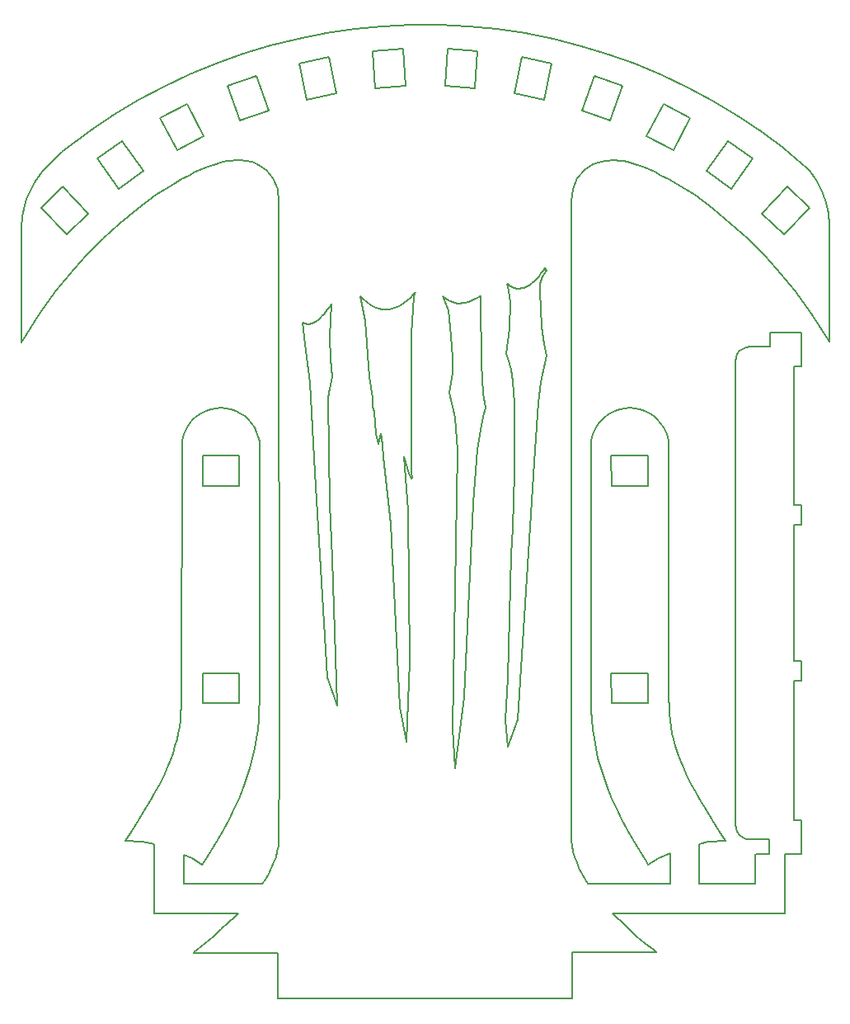
<source format=gm1>
G04 #@! TF.GenerationSoftware,KiCad,Pcbnew,(5.0.2)-1*
G04 #@! TF.CreationDate,2019-06-30T15:53:46+02:00*
G04 #@! TF.ProjectId,PCB_Fujitora_morro,5043425f-4675-46a6-9974-6f72615f6d6f,rev?*
G04 #@! TF.SameCoordinates,PX5aa8f70PY8620d10*
G04 #@! TF.FileFunction,Profile,NP*
%FSLAX46Y46*%
G04 Gerber Fmt 4.6, Leading zero omitted, Abs format (unit mm)*
G04 Created by KiCad (PCBNEW (5.0.2)-1) date 30/06/2019 15:53:46*
%MOMM*%
%LPD*%
G01*
G04 APERTURE LIST*
%ADD10C,0.200000*%
G04 APERTURE END LIST*
D10*
X56388000Y-3302000D02*
X56388000Y0D01*
X26162000Y-3302000D02*
X56388000Y-3302000D01*
X26162000Y0D02*
X26162000Y-3302000D01*
X26162000Y1397000D02*
X17526000Y1397000D01*
X56388000Y0D02*
X56388000Y1397000D01*
X26162000Y1397000D02*
X26162000Y0D01*
X76616560Y11557000D02*
X75224640Y11557000D01*
X76616560Y13055600D02*
X76616560Y11557000D01*
X76677520Y63581280D02*
X74640440Y63586360D01*
X76682600Y65024000D02*
X76677520Y63581280D01*
X13487400Y5461000D02*
X13487400Y12522200D01*
X22072600Y5461000D02*
X13487400Y5461000D01*
X16484600Y8458200D02*
X16484600Y11480800D01*
X24561800Y8458200D02*
X16484600Y8458200D01*
X74625200Y13055600D02*
X76626720Y13055600D01*
X78232000Y5461000D02*
X78232000Y11557000D01*
X69392800Y5461000D02*
X78232000Y5461000D01*
X75209400Y8483600D02*
X75209400Y11551920D01*
X69392800Y8483600D02*
X75209400Y8483600D01*
X69392800Y8483600D02*
X69392800Y12573000D01*
X60502800Y5461000D02*
X69392800Y5461000D01*
X66446400Y8458200D02*
X66446400Y11633200D01*
X58013600Y8458200D02*
X66446400Y8458200D01*
X51240617Y69577211D02*
X51497287Y69649085D01*
X44366983Y68086404D02*
X44621921Y68047983D01*
X50465078Y69610286D02*
X50720783Y69556957D01*
X45410642Y68100642D02*
X45678696Y68172080D01*
X47048965Y61861837D02*
X46944830Y68544625D01*
X44117244Y62429976D02*
X44087729Y60859651D01*
X47215907Y56375914D02*
X46944965Y55042360D01*
X50980664Y69545922D02*
X51240617Y69577211D01*
X50720783Y69556957D02*
X50980664Y69545922D01*
X49749161Y70002249D02*
X49978281Y69835578D01*
X50216978Y69704070D02*
X50465078Y69610286D01*
X49978281Y69835578D02*
X50216978Y69704070D01*
X43203774Y68689170D02*
X43419034Y68516580D01*
X45678696Y68172080D02*
X45948791Y68269186D01*
X46772982Y68708774D02*
X47019200Y68879791D01*
X47048965Y61861837D02*
X47269791Y58813756D01*
X49690323Y70055651D02*
X49749161Y70002249D01*
X46495650Y68537961D02*
X46772982Y68708774D01*
X45948791Y68269186D02*
X46221026Y68391313D01*
X44881581Y68037858D02*
X45144775Y68055637D01*
X44621921Y68047983D02*
X44881581Y68037858D01*
X46223597Y47543694D02*
X46668877Y53005971D01*
X47520126Y57335999D02*
X47269791Y58813756D01*
X45144775Y68055637D02*
X45410642Y68100642D01*
X43672334Y67335197D02*
X43962991Y64731110D01*
X44348400Y20320000D02*
X44073929Y24393265D01*
X44117244Y62429976D02*
X43962991Y64731110D01*
X44624087Y52940207D02*
X44073929Y24393265D01*
X47215907Y56375914D02*
X47520126Y57335999D01*
X44348400Y20320000D02*
X45259424Y27635178D01*
X44324505Y56301496D02*
X44624087Y52940207D01*
X47019200Y68879791D02*
X46944830Y68544625D01*
X46668877Y53005971D02*
X46944965Y55042360D01*
X49884965Y69332705D02*
X49690323Y70055651D01*
X46221026Y68391313D02*
X46495650Y68537961D01*
X44118111Y68153094D02*
X44366983Y68086404D01*
X43876576Y68247587D02*
X44118111Y68153094D01*
X43419034Y68516580D02*
X43643359Y68369071D01*
X44087729Y60859651D02*
X43739916Y58867383D01*
X43672334Y67335197D02*
X43102839Y68785478D01*
X43643359Y68369071D02*
X43876576Y68247587D01*
X43102839Y68785478D02*
X43203774Y68689170D01*
X46223597Y47543694D02*
X45259424Y27635178D01*
X44324505Y56301496D02*
X43739916Y58867383D01*
X24173981Y25319701D02*
X24082586Y24342793D01*
X19288897Y11848527D02*
X18613472Y10749760D01*
X24082586Y24342793D02*
X23951561Y23357616D01*
X36973222Y52263883D02*
X37787555Y45408935D01*
X14014735Y18768130D02*
X14434425Y19613213D01*
X22951728Y19317647D02*
X22572245Y18280629D01*
X22572245Y18280629D02*
X22140423Y17232691D01*
X35103140Y66210567D02*
X35583223Y60443744D01*
X36252225Y54648948D02*
X36052503Y56889804D01*
X36720995Y54713550D02*
X36514750Y53604941D01*
X36973222Y52263883D02*
X36892580Y53548993D01*
X19253095Y57171265D02*
X19766266Y57273342D01*
X21657851Y16174163D02*
X21127175Y15105599D01*
X16484600Y11480800D02*
X17306318Y11083354D01*
X10497857Y12886666D02*
X11162060Y13928463D01*
X64298480Y56771664D02*
X63829214Y57003080D01*
X19766266Y57273342D02*
X20288371Y57307562D01*
X20288371Y57307562D02*
X20810476Y57273342D01*
X20810476Y57273342D02*
X21323647Y57171265D01*
X21323647Y57171265D02*
X21819105Y57003080D01*
X23461785Y55742608D02*
X23752473Y55307562D01*
X23752473Y55307562D02*
X23983889Y54838296D01*
X20552104Y14027772D02*
X19937403Y12941676D01*
X19937403Y12941676D02*
X19288897Y11848527D01*
X65993999Y54838296D02*
X65762582Y55307562D01*
X13541489Y17881149D02*
X14014735Y18768130D01*
X39344600Y23037800D02*
X38677375Y26566047D01*
X21819105Y57003080D02*
X22288371Y56771664D01*
X22288371Y56771664D02*
X22723417Y56480976D01*
X22723417Y56480976D02*
X23116798Y56135989D01*
X23116798Y56135989D02*
X23461785Y55742608D01*
X24262243Y27253793D02*
X24231572Y26289556D01*
X17306318Y11083354D02*
X18390696Y10395986D01*
X35873884Y58323432D02*
X35583223Y60443744D01*
X23983889Y54838296D02*
X24152075Y54342838D01*
X24152075Y54342838D02*
X24254151Y53829667D01*
X24254151Y53829667D02*
X24288371Y53307562D01*
X23951561Y23357616D02*
X23776140Y22363176D01*
X24288371Y37713898D02*
X24288371Y53307562D01*
X66298480Y53307562D02*
X66264260Y53829667D01*
X24273938Y28214072D02*
X24262243Y27253793D01*
X36514750Y53604941D02*
X36252225Y54648948D01*
X35921240Y57411807D02*
X35873884Y58323432D01*
X36892580Y53548993D02*
X36720995Y54713550D01*
X18613472Y10749760D02*
X18390696Y10395986D01*
X10497857Y12886666D02*
X12252064Y12773025D01*
X24231572Y26289556D02*
X24173981Y25319701D01*
X23776140Y22363176D02*
X23552616Y21358699D01*
X12252064Y12773025D02*
X13487400Y12522200D01*
X23552616Y21358699D02*
X23278342Y20343633D01*
X38677375Y26566047D02*
X37787555Y45408935D01*
X21127175Y15105599D02*
X20552104Y14027772D01*
X14434425Y19613213D02*
X14800720Y20416685D01*
X35921240Y57411807D02*
X36052503Y56889804D01*
X23278342Y20343633D02*
X22951728Y19317647D01*
X22140423Y17232691D02*
X21657851Y16174163D01*
X22207765Y49301362D02*
X22203625Y52401362D01*
X53167900Y59950644D02*
X53755249Y62678045D01*
X50124135Y61205461D02*
X49809105Y62458267D01*
X53167900Y59950644D02*
X52918065Y57809856D01*
X51995393Y69904410D02*
X52237403Y70083708D01*
X35103140Y66210567D02*
X34613202Y68749775D01*
X53466473Y63826445D02*
X53254567Y65633550D01*
X53737776Y71375246D02*
X53556787Y71688736D01*
X37687440Y67455470D02*
X38070484Y67546145D01*
X36891983Y67437476D02*
X37293589Y67417830D01*
X34875748Y68478023D02*
X35273301Y68139376D01*
X53304175Y70761138D02*
X53111994Y70043906D01*
X52947780Y70816993D02*
X53182496Y71125910D01*
X50774600Y25298400D02*
X52549655Y53006282D01*
X36486199Y67517660D02*
X36891983Y67437476D01*
X53089513Y69242774D02*
X53254567Y65633550D01*
X53304175Y70761138D02*
X53737776Y71375246D01*
X34613202Y68749775D02*
X34875748Y68478023D01*
X52712565Y70540313D02*
X52947780Y70816993D01*
X50423714Y57844169D02*
X50295720Y60040904D01*
X50424725Y50607082D02*
X50423714Y57844169D01*
X52476090Y70295836D02*
X52712565Y70540313D01*
X50424725Y50607082D02*
X50266333Y44968313D01*
X39344600Y23037800D02*
X39684254Y31241579D01*
X39684254Y31241579D02*
X39517316Y46727505D01*
X39135208Y52345801D02*
X39517316Y46727505D01*
X39653220Y50526874D02*
X39135208Y52345801D01*
X39829953Y50065145D02*
X39653220Y50526874D01*
X39920896Y50185699D02*
X39829953Y50065145D01*
X39920896Y50185699D02*
X39861360Y50663575D01*
X39861360Y50663575D02*
X39866373Y64868669D01*
X40072608Y68950085D02*
X40297381Y69222823D01*
X35273301Y68139376D02*
X35674816Y67867354D01*
X40157909Y68748857D02*
X39866373Y64868669D01*
X40157909Y68748857D02*
X40297381Y69222823D01*
X36079623Y67660503D02*
X36486199Y67517660D01*
X39776135Y68633875D02*
X40072608Y68950085D01*
X39138020Y68089107D02*
X39464557Y68345761D01*
X49809400Y22580600D02*
X50774600Y25298400D01*
X37293589Y67417830D02*
X37687440Y67455470D01*
X51748941Y69758957D02*
X51995393Y69904410D01*
X50020002Y68075779D02*
X49966116Y65450402D01*
X49966116Y65450402D02*
X49586904Y62859714D01*
X50102291Y42245240D02*
X50266333Y44968313D01*
X49809400Y22580600D02*
X49555771Y25256758D01*
X53755249Y62678045D02*
X53466473Y63826445D01*
X51497287Y69649085D02*
X51748941Y69758957D01*
X53089513Y69242774D02*
X53111994Y70043906D01*
X53182496Y71125910D02*
X53376913Y71403040D01*
X52237403Y70083708D02*
X52476090Y70295836D01*
X50102291Y42245240D02*
X49794802Y29610429D01*
X50295720Y60040904D02*
X50124135Y61205461D01*
X39464557Y68345761D02*
X39776135Y68633875D01*
X38796635Y67867549D02*
X39138020Y68089107D01*
X38440611Y67685088D02*
X38796635Y67867549D01*
X38070484Y67546145D02*
X38440611Y67685088D01*
X35674816Y67867354D02*
X36079623Y67660503D01*
X50020002Y68075779D02*
X49884965Y69332705D01*
X52918065Y57809856D02*
X52549655Y53006282D01*
X49809105Y62458267D02*
X49586904Y62859714D01*
X49794802Y29610429D02*
X49555771Y25256758D01*
X2304782Y81925869D02*
X2048439Y81635260D01*
X496525Y79106363D02*
X364890Y78764748D01*
X1655739Y67018976D02*
X-203200Y64008000D01*
X9916567Y76253155D02*
X8167191Y74669936D01*
X364890Y78764748D02*
X247111Y78417465D01*
X53122Y77705898D02*
X-23089Y77341613D01*
X1577322Y81037040D02*
X1362549Y80729429D01*
X13637657Y79152756D02*
X11741522Y77748630D01*
X642017Y79442311D02*
X496525Y79106363D01*
X-203200Y75438000D02*
X-203200Y64008000D01*
X21780405Y82710024D02*
X21382027Y82685830D01*
X2048439Y81635260D02*
X1805953Y81338984D01*
X1362549Y80729429D02*
X1161631Y80416150D01*
X1161631Y80416150D02*
X974570Y80097204D01*
X1805953Y81338984D02*
X1577322Y81037040D01*
X3361129Y69351413D02*
X1655739Y67018976D01*
X5203596Y71577157D02*
X3361129Y69351413D01*
X22156382Y82709259D02*
X21780405Y82710024D01*
X3987800Y83566000D02*
X2574981Y82210811D01*
X81944183Y79721711D02*
X82089675Y79385763D01*
X60429818Y82709259D02*
X60805795Y82710024D01*
X59414367Y82587404D02*
X59736149Y82645242D01*
X57605878Y81709523D02*
X58527340Y82334599D01*
X82221310Y79044148D02*
X82339089Y78696865D01*
X81784834Y80051991D02*
X81944183Y79721711D01*
X20026549Y82428685D02*
X19511275Y82269210D01*
X76088593Y73002787D02*
X77382604Y71577157D01*
X59106727Y82515324D02*
X59414367Y82587404D01*
X16284017Y80753313D02*
X15473448Y80282912D01*
X60073971Y82686705D02*
X60429818Y82709259D01*
X14593740Y79750107D02*
X13637657Y79152756D01*
X59106727Y82515324D02*
X58527340Y82334599D01*
X59736149Y82645242D02*
X60073971Y82686705D01*
X82775565Y76107202D02*
X82782493Y75714580D01*
X18958464Y82066619D02*
X18364061Y81817219D01*
X-189365Y75827802D02*
X-203200Y75438000D01*
X-23089Y77341613D02*
X-85442Y76971661D01*
X-133939Y76596042D02*
X-168580Y76214755D01*
X974570Y80097204D02*
X801366Y79772591D01*
X6497607Y73002787D02*
X5203596Y71577157D01*
X8167191Y74669936D02*
X6497607Y73002787D01*
X-168580Y76214755D02*
X-189365Y75827802D01*
X2574981Y82210811D02*
X2304782Y81925869D01*
X247111Y78417465D02*
X143188Y78064515D01*
X143188Y78064515D02*
X53122Y77705898D01*
X11741522Y77748630D02*
X9916567Y76253155D01*
X801366Y79772591D02*
X642017Y79442311D01*
X19511275Y82269210D02*
X18958464Y82066619D01*
X-85442Y76971661D02*
X-133939Y76596042D01*
X81223651Y81008829D02*
X81424569Y80695550D01*
X67112752Y80282912D02*
X67992460Y79750107D01*
X68948543Y79152756D02*
X70844678Y77748630D01*
X82720139Y76875442D02*
X82754780Y76494155D01*
X25486187Y10073753D02*
X25737528Y10652727D01*
X65040653Y1426511D02*
X56388000Y1426511D01*
X19807201Y92640043D02*
X17094642Y91518782D01*
X17094642Y91518782D02*
X14440367Y90265773D01*
X62236263Y3791376D02*
X61506301Y4467787D01*
X22289744Y82700807D02*
X22156382Y82709259D01*
X57739712Y8893129D02*
X57392990Y9487395D01*
X58013600Y8458200D02*
X57739712Y8893129D01*
X56482789Y11790623D02*
X56374196Y12350593D01*
X28228636Y95187949D02*
X25380912Y94476839D01*
X56298404Y21455202D02*
X56307948Y78511522D01*
X25674573Y80863879D02*
X24981190Y81709523D01*
X24981190Y81709523D02*
X24059729Y82334599D01*
X26263457Y78511522D02*
X26111484Y79797464D01*
X56313099Y12905278D02*
X56298404Y21455202D01*
X57093979Y10073753D02*
X56842638Y10652727D01*
X56374196Y12350593D02*
X56313099Y12905278D01*
X31107821Y95758471D02*
X28228636Y95187949D01*
X56638922Y11224842D02*
X56482789Y11790623D01*
X19565843Y3102336D02*
X20343903Y3791376D01*
X21755772Y5132095D02*
X22072600Y5461000D01*
X6890404Y85747983D02*
X3987800Y83566000D01*
X39864512Y96614479D02*
X36932776Y96472596D01*
X26277882Y21383416D02*
X26279663Y21455206D01*
X65040653Y1426511D02*
X64714911Y1684273D01*
X22289744Y82700807D02*
X23499121Y82537678D01*
X25187176Y9487395D02*
X25486187Y10073753D01*
X63014323Y3102336D02*
X62236263Y3791376D01*
X26097377Y11790623D02*
X26205971Y12350593D01*
X24840455Y8893129D02*
X25187176Y9487395D01*
X23499121Y82537678D02*
X24059729Y82334599D01*
X26279663Y21455206D02*
X26263457Y78511522D01*
X24561800Y8458200D02*
X24840455Y8893129D01*
X34011533Y96187031D02*
X31107821Y95758471D01*
X17539148Y1426511D02*
X17865255Y1684273D01*
X25941244Y11224842D02*
X26097377Y11790623D01*
X20343903Y3791376D02*
X21073865Y4467787D01*
X25737528Y10652727D02*
X25941244Y11224842D01*
X36932776Y96472596D02*
X34011533Y96187031D01*
X26205971Y12350593D02*
X26267067Y12905278D01*
X28676600Y66040000D02*
X28905569Y65954034D01*
X28905569Y65954034D02*
X29155302Y65913453D01*
X29981933Y50652292D02*
X31267400Y29692600D01*
X32232600Y26797000D02*
X31267400Y29692600D01*
X29410404Y59917105D02*
X28907839Y63844518D01*
X29410404Y59917105D02*
X29981933Y50652292D01*
X81611630Y80376604D02*
X81784834Y80051991D01*
X82609289Y77621013D02*
X82671642Y77251061D01*
X79225071Y69351413D02*
X80930461Y67018976D01*
X82778600Y75717400D02*
X82778600Y64084200D01*
X80537761Y81914660D02*
X80780247Y81618384D01*
X72669633Y76253155D02*
X74419009Y74669936D01*
X80780247Y81618384D02*
X81008878Y81316440D01*
X67992460Y79750107D02*
X68948543Y79152756D01*
X62078251Y82548791D02*
X62559651Y82428685D01*
X63074925Y82269210D02*
X63627736Y82066619D01*
X65554147Y81163857D02*
X66302183Y80753313D01*
X63627736Y82066619D02*
X64222139Y81817219D01*
X82533078Y77985298D02*
X82609289Y77621013D01*
X78114166Y83947539D02*
X80543400Y81915000D01*
X64862622Y81517434D02*
X65554147Y81163857D01*
X74419009Y74669936D02*
X76088593Y73002787D01*
X82443012Y78343915D02*
X82533078Y77985298D01*
X61627421Y82633276D02*
X62078251Y82548791D01*
X61204173Y82685830D02*
X61627421Y82633276D01*
X81008878Y81316440D02*
X81223651Y81008829D01*
X82339089Y78696865D02*
X82443012Y78343915D01*
X60805795Y82710024D02*
X61204173Y82685830D01*
X70844678Y77748630D02*
X72669633Y76253155D01*
X62559651Y82428685D02*
X63074925Y82269210D01*
X80930461Y67018976D02*
X82778600Y64084200D01*
X77382604Y71577157D02*
X79225071Y69351413D01*
X81424569Y80695550D02*
X81611630Y80376604D01*
X82089675Y79385763D02*
X82221310Y79044148D01*
X82671642Y77251061D02*
X82720139Y76875442D01*
X82754780Y76494155D02*
X82775565Y76107202D01*
X66302183Y80753313D02*
X67112752Y80282912D01*
X64222139Y81817219D02*
X64862622Y81517434D01*
X17032053Y81163857D02*
X16284017Y80753313D01*
X15473448Y80282912D02*
X14593740Y79750107D01*
X62851167Y92608637D02*
X60088300Y93599482D01*
X68214531Y90226538D02*
X65562088Y91483419D01*
X73318582Y87330208D02*
X70802107Y88841022D01*
X78055488Y84001227D02*
X78114166Y83947539D01*
X18364061Y81817219D02*
X17723578Y81517434D01*
X51555110Y95743552D02*
X48652026Y96176349D01*
X56912495Y80863879D02*
X57605878Y81709523D01*
X56475585Y79797464D02*
X56912495Y80863879D01*
X21382027Y82685830D02*
X20958779Y82633276D01*
X48652026Y96176349D02*
X45731204Y96466177D01*
X60088300Y93599482D02*
X57280143Y94453565D01*
X54433460Y95168829D02*
X51555110Y95743552D01*
X57280143Y94453565D02*
X54433460Y95168829D01*
X65562088Y91483419D02*
X62851167Y92608637D01*
X75757894Y85697736D02*
X73318582Y87330208D01*
X56307948Y78511522D02*
X56475585Y79797464D01*
X20958779Y82633276D02*
X20507949Y82548791D01*
X78055488Y84001227D02*
X75757894Y85697736D01*
X20507949Y82548791D02*
X20026549Y82428685D01*
X17723578Y81517434D02*
X17032053Y81163857D01*
X45731204Y96466177D02*
X42799678Y96612338D01*
X70802107Y88841022D02*
X68214531Y90226538D01*
X58648512Y91413646D02*
X61567496Y90369836D01*
X65763440Y88531758D02*
X64004348Y85169826D01*
X50425968Y89579318D02*
X53460670Y88946390D01*
X1837061Y77862408D02*
X4439889Y75101561D01*
X72415985Y84701469D02*
X70212511Y81612506D01*
X78130093Y75111207D02*
X80735787Y77868278D01*
X72415985Y84701469D02*
X74941642Y82903952D01*
X78480469Y79995142D02*
X80735787Y77868278D01*
X78480469Y79995142D02*
X75874240Y77237505D01*
X65763440Y88531758D02*
X68511721Y87097546D01*
X75874240Y77237505D02*
X78130093Y75111207D01*
X51205618Y93292690D02*
X54240160Y92659000D01*
X66752990Y83736304D02*
X68511721Y87097546D01*
X51205618Y93292690D02*
X50425968Y89579318D01*
X60286284Y86799181D02*
X61567496Y90369836D01*
X72738620Y79815623D02*
X74941642Y82903952D01*
X53460670Y88946390D02*
X54240160Y92659000D01*
X46405099Y90137365D02*
X46668140Y93921792D01*
X70212511Y81612506D02*
X72738620Y79815623D01*
X57367036Y87842259D02*
X60286284Y86799181D01*
X64004348Y85169826D02*
X66752990Y83736304D01*
X58648512Y91413646D02*
X57367036Y87842259D01*
X31071747Y67126646D02*
X31270771Y67378882D01*
X31456789Y67656468D02*
X31628051Y67958450D01*
X31270771Y67378882D02*
X31456789Y67656468D01*
X30106769Y66191995D02*
X30316407Y66351787D01*
X29649678Y65972495D02*
X29884192Y66064378D01*
X29884192Y66064378D02*
X30106769Y66191995D01*
X30861345Y66900750D02*
X31071747Y67126646D01*
X30669710Y66728088D02*
X30861345Y66900750D01*
X30512523Y66541028D02*
X30669710Y66728088D01*
X30316407Y66351787D02*
X30512523Y66541028D01*
X29405365Y65920695D02*
X29649678Y65972495D01*
X29155302Y65913453D02*
X29405365Y65920695D01*
X31747241Y60509194D02*
X31535334Y62316305D01*
X31498281Y64633588D02*
X31535334Y62316305D01*
X31498281Y64633588D02*
X31664684Y68035529D01*
X31628051Y67958450D02*
X31664684Y68035529D01*
X4439889Y75101561D02*
X6692681Y77231103D01*
X32232600Y26797000D02*
X31763834Y41878332D01*
X31763834Y41878332D02*
X31525173Y47408383D01*
X1837061Y77862408D02*
X4090387Y79991383D01*
X31334741Y58291987D02*
X31525173Y47408383D01*
X31366143Y58890410D02*
X31334741Y58291987D01*
X31366143Y58890410D02*
X31747241Y60509194D01*
X6692681Y77231103D02*
X4090387Y79991383D01*
X22280415Y86793141D02*
X25198159Y87840417D01*
X14059688Y87093013D02*
X16806625Y88529797D01*
X43575368Y94133389D02*
X43312273Y90348185D01*
X28330225Y92656143D02*
X31364173Y93292673D01*
X29105297Y88941813D02*
X32139086Y89579105D01*
X21003342Y90366105D02*
X22280415Y86793141D01*
X25198159Y87840417D02*
X23921349Y91412648D01*
X7630440Y82898701D02*
X9830105Y79807024D01*
X9830105Y79807024D02*
X12353627Y81607540D01*
X32139086Y89579105D02*
X31364173Y93292673D01*
X18561211Y85166389D02*
X16806625Y88529797D01*
X7630440Y82898701D02*
X10154413Y84698582D01*
X21003342Y90366105D02*
X23921349Y91412648D01*
X28330225Y92656143D02*
X29105297Y88941813D01*
X14059688Y87093013D02*
X15814634Y83728915D01*
X12353627Y81607540D02*
X10154413Y84698582D01*
X43312273Y90348185D02*
X46405099Y90137365D01*
X43575368Y94133389D02*
X46668140Y93921792D01*
X15814634Y83728915D02*
X18561211Y85166389D01*
X39252864Y90349606D02*
X38994487Y94134355D01*
X35901915Y93919863D02*
X38994487Y94134355D01*
X35901915Y93919863D02*
X36160345Y90134337D01*
X15115284Y21180065D02*
X15381125Y21906532D01*
X64192778Y49328047D02*
X60398457Y49317269D01*
X59470053Y56135989D02*
X59125067Y55742608D01*
X66984560Y22601279D02*
X66803402Y23271729D01*
X18288371Y56771664D02*
X18757638Y57003080D01*
X60298480Y56771664D02*
X59863435Y56480976D01*
X58602962Y54838296D02*
X58434777Y54342838D01*
X17114958Y55742608D02*
X17459944Y56135989D01*
X67786132Y20416685D02*
X67471567Y21180065D01*
X60767747Y57003080D02*
X60298480Y56771664D01*
X11821489Y14975651D02*
X12441316Y15983971D01*
X16592853Y54838296D02*
X16824270Y55307562D01*
X17853326Y56480976D02*
X18288371Y56771664D01*
X22203625Y30104043D02*
X18410067Y30104043D01*
X18413429Y49301362D02*
X18410067Y52401362D01*
X62820585Y57273342D02*
X62298480Y57307562D01*
X66454186Y25242983D02*
X66389957Y25929519D01*
X61263204Y57171265D02*
X60767747Y57003080D01*
X22203625Y52401362D02*
X18410067Y52401362D01*
X65126908Y56135989D02*
X64733526Y56480976D01*
X18413429Y27004043D02*
X18410067Y30104043D01*
X15381125Y21906532D02*
X15602292Y22601279D01*
X16424668Y54342838D02*
X16592853Y54838296D01*
X66446400Y11658600D02*
X65280534Y11083354D01*
X59635124Y19317647D02*
X60014606Y18280629D01*
X12441316Y15983971D02*
X13016062Y16952789D01*
X16239908Y26653865D02*
X16264585Y27429673D01*
X15602292Y22601279D02*
X15783450Y23271729D01*
X15783450Y23271729D02*
X15929382Y23927525D01*
X58834379Y55307562D02*
X58602962Y54838296D01*
X17459944Y56135989D02*
X17853326Y56480976D01*
X72088995Y12886666D02*
X70334787Y12773025D01*
X63829214Y57003080D02*
X63333757Y57171265D01*
X11821489Y14975651D02*
X11162060Y13928463D01*
X16132666Y25242983D02*
X16196895Y25929519D01*
X63333757Y57171265D02*
X62820585Y57273342D01*
X66264260Y53829667D02*
X66162184Y54342838D01*
X15929382Y23927525D02*
X16044527Y24580264D01*
X18413429Y27004043D02*
X22207765Y27004043D01*
X14800720Y20416685D02*
X15115284Y21180065D01*
X16264585Y27429673D02*
X16274818Y28269963D01*
X16288371Y53307562D02*
X16322592Y53829667D01*
X16196895Y25929519D02*
X16239908Y26653865D01*
X66542325Y24580264D02*
X66454186Y25242983D01*
X13016062Y16952789D02*
X13541489Y17881149D01*
X65762582Y55307562D02*
X65471894Y55742608D01*
X16044527Y24580264D02*
X16132666Y25242983D01*
X18413429Y49301362D02*
X22207765Y49301362D01*
X66803402Y23271729D02*
X66657469Y23927525D01*
X66389957Y25929519D02*
X66346944Y26653865D01*
X66162184Y54342838D02*
X65993999Y54838296D01*
X22207765Y27004043D02*
X22203625Y30104043D01*
X18757638Y57003080D02*
X19253095Y57171265D01*
X60929001Y16174163D02*
X61459677Y15105599D01*
X64733526Y56480976D02*
X64298480Y56771664D01*
X16322592Y53829667D02*
X16424668Y54342838D01*
X16824270Y55307562D02*
X17114958Y55742608D01*
X79941116Y29321649D02*
X79941116Y31321649D01*
X28676600Y66040000D02*
X28907839Y63844518D01*
X73141116Y14548141D02*
X73141116Y62091649D01*
X79941116Y11574941D02*
X78232000Y11557000D01*
X66298480Y53307562D02*
X66312033Y28269963D01*
X24273938Y28214072D02*
X24288371Y37713898D01*
X73580456Y13487481D02*
X73342078Y13798141D01*
X42799678Y96612338D02*
X39864512Y96614479D01*
X73580456Y63152309D02*
X73891116Y63390687D01*
X73891116Y63390687D02*
X74252888Y63540538D01*
X16274818Y28269963D02*
X16288371Y53307562D01*
X79941116Y15048141D02*
X79141116Y15048141D01*
X79941116Y47321649D02*
X79141116Y47321649D01*
X73192228Y14159913D02*
X73141116Y14548141D01*
X39252864Y90349606D02*
X36160345Y90134337D01*
X53376913Y71403040D02*
X53556787Y71688736D01*
X58312914Y28214072D02*
X58298480Y37713898D01*
X79938880Y65024000D02*
X76682600Y65024000D01*
X73192228Y62479878D02*
X73342078Y62841649D01*
X60398457Y27005087D02*
X60393791Y30105086D01*
X60446428Y17232691D02*
X60929001Y16174163D01*
X69570789Y16952789D02*
X69045362Y17881149D01*
X67205727Y21906532D02*
X66984560Y22601279D01*
X62298480Y57307562D02*
X61776376Y57273342D01*
X70334787Y12773025D02*
X69392800Y12573000D01*
X63297955Y11848527D02*
X63973380Y10749760D01*
X66657469Y23927525D02*
X66542325Y24580264D01*
X58312914Y28214072D02*
X58324609Y27253793D01*
X58355280Y26289556D02*
X58412871Y25319701D01*
X79941116Y61591649D02*
X79141116Y61591649D01*
X64192778Y49328047D02*
X64187334Y52428044D01*
X79141116Y15048141D02*
X79141116Y29321649D01*
X66346944Y26653865D02*
X66322267Y27429673D01*
X73141116Y62091649D02*
X73192228Y62479878D01*
X70765363Y14975651D02*
X70145536Y15983971D01*
X61459677Y15105599D02*
X62034748Y14027772D01*
X68572116Y18768130D02*
X68152427Y19613213D01*
X58298480Y37713898D02*
X58298480Y53307562D01*
X70765363Y14975651D02*
X71424791Y13928463D01*
X62649449Y12941676D02*
X63297955Y11848527D01*
X58635291Y23357616D02*
X58810712Y22363176D01*
X79941116Y45321649D02*
X79941116Y47321649D01*
X69045362Y17881149D02*
X68572116Y18768130D01*
X79941116Y31321649D02*
X79141116Y31321649D01*
X73342078Y13798141D02*
X73192228Y14159913D01*
X79941116Y65024000D02*
X79941116Y61591649D01*
X59125067Y55742608D02*
X58834379Y55307562D01*
X58332701Y53829667D02*
X58298480Y53307562D01*
X60393791Y52417268D02*
X64187334Y52428044D01*
X68152427Y19613213D02*
X67786132Y20416685D01*
X72088995Y12886666D02*
X71424791Y13928463D01*
X58412871Y25319701D02*
X58504266Y24342793D01*
X61776376Y57273342D02*
X61263204Y57171265D01*
X59863435Y56480976D02*
X59470053Y56135989D01*
X62034748Y14027772D02*
X62649449Y12941676D01*
X58810712Y22363176D02*
X59034236Y21358699D01*
X74252888Y63540538D02*
X74640440Y63586360D01*
X58504266Y24342793D02*
X58635291Y23357616D01*
X74252888Y13099253D02*
X73891116Y13249103D01*
X60393791Y30105086D02*
X64187334Y30115862D01*
X79941116Y11577320D02*
X79941116Y15048141D01*
X63973380Y10749760D02*
X64196155Y10395986D01*
X73342078Y62841649D02*
X73580456Y63152309D01*
X67471567Y21180065D02*
X67205727Y21906532D01*
X79141116Y47321649D02*
X79141116Y61591649D01*
X79141116Y29321649D02*
X79941116Y29321649D01*
X66322267Y27429673D02*
X66312033Y28269963D01*
X79141116Y31321649D02*
X79141116Y45321649D01*
X79141116Y45321649D02*
X79941116Y45321649D01*
X58324609Y27253793D02*
X58355280Y26289556D01*
X70145536Y15983971D02*
X69570789Y16952789D01*
X60398457Y49317269D02*
X60393791Y52417268D01*
X58434777Y54342838D02*
X58332701Y53829667D01*
X74641116Y13048141D02*
X74252888Y13099253D01*
X64192778Y27015865D02*
X64187334Y30115862D01*
X59308510Y20343633D02*
X59635124Y19317647D01*
X59034236Y21358699D02*
X59308510Y20343633D01*
X65280534Y11083354D02*
X64196155Y10395986D01*
X65471894Y55742608D02*
X65126908Y56135989D01*
X73891116Y13249103D02*
X73580456Y13487481D01*
X60014606Y18280629D02*
X60446428Y17232691D01*
X64192778Y27015865D02*
X60398457Y27005087D01*
X25380912Y94476839D02*
X22571511Y93626855D01*
X26111484Y79797464D02*
X25674573Y80863879D01*
X11850772Y88884034D02*
X9332095Y87376894D01*
X64714911Y1684273D02*
X63840525Y2400143D01*
X63840525Y2400143D02*
X63014323Y3102336D01*
X22571511Y93626855D02*
X19807201Y92640043D01*
X18739641Y2400143D02*
X19565843Y3102336D01*
X56842638Y10652727D02*
X56638922Y11224842D01*
X61506301Y4467787D02*
X60824394Y5132095D01*
X57392990Y9487395D02*
X57093979Y10073753D01*
X14440367Y90265773D02*
X11850772Y88884034D01*
X60824394Y5132095D02*
X60502800Y5461000D01*
X21073865Y4467787D02*
X21755772Y5132095D01*
X9332095Y87376894D02*
X6890404Y85747983D01*
X26267067Y12905278D02*
X26277882Y21383416D01*
X17865255Y1684273D02*
X18739641Y2400143D01*
M02*

</source>
